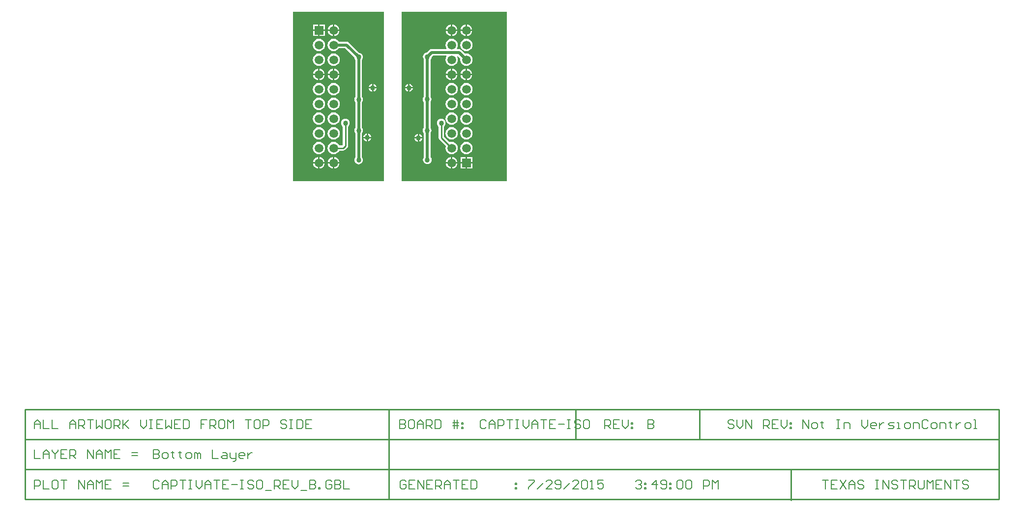
<source format=gbl>
%FSAX25Y25*%
%MOIN*%
G70*
G01*
G75*
G04 Layer_Physical_Order=2*
G04 Layer_Color=16711680*
%ADD10R,0.02362X0.03150*%
%ADD11O,0.08661X0.02362*%
%ADD12O,0.07480X0.02362*%
%ADD13O,0.07677X0.01575*%
%ADD14C,0.01000*%
%ADD15C,0.02000*%
%ADD16C,0.01500*%
%ADD17C,0.00800*%
%ADD18C,0.05906*%
%ADD19R,0.05906X0.05906*%
%ADD20C,0.03400*%
G36*
X0283200Y0256302D02*
X0282846Y0255949D01*
X0221749Y0255949D01*
Y0370851D01*
X0283200D01*
Y0256302D01*
D02*
G37*
G36*
X0366651Y0256302D02*
X0366298Y0255949D01*
X0295200Y0255949D01*
Y0370851D01*
X0366651D01*
X0366651Y0256302D01*
D02*
G37*
%LPC*%
G36*
X0306200Y0288057D02*
X0305995Y0288031D01*
X0305338Y0287758D01*
X0304774Y0287326D01*
X0304342Y0286762D01*
X0304069Y0286105D01*
X0304043Y0285900D01*
X0306200D01*
Y0288057D01*
D02*
G37*
G36*
X0339200Y0292589D02*
X0338116Y0292446D01*
X0337106Y0292027D01*
X0336238Y0291362D01*
X0335573Y0290494D01*
X0335154Y0289484D01*
X0335011Y0288400D01*
X0335154Y0287316D01*
X0335573Y0286306D01*
X0336238Y0285438D01*
X0337106Y0284773D01*
X0338116Y0284354D01*
X0339200Y0284211D01*
X0340284Y0284354D01*
X0341294Y0284773D01*
X0342162Y0285438D01*
X0342827Y0286306D01*
X0343246Y0287316D01*
X0343389Y0288400D01*
X0343246Y0289484D01*
X0342827Y0290494D01*
X0342162Y0291362D01*
X0341294Y0292027D01*
X0340284Y0292446D01*
X0339200Y0292589D01*
D02*
G37*
G36*
X0307200Y0288057D02*
Y0285900D01*
X0309358D01*
X0309331Y0286105D01*
X0309058Y0286762D01*
X0308626Y0287326D01*
X0308062Y0287758D01*
X0307405Y0288031D01*
X0307200Y0288057D01*
D02*
G37*
G36*
X0272562Y0288195D02*
Y0286038D01*
X0274720D01*
X0274693Y0286243D01*
X0274421Y0286899D01*
X0273988Y0287463D01*
X0273424Y0287896D01*
X0272767Y0288168D01*
X0272562Y0288195D01*
D02*
G37*
G36*
X0271562D02*
X0271357Y0288168D01*
X0270701Y0287896D01*
X0270136Y0287463D01*
X0269704Y0286899D01*
X0269432Y0286243D01*
X0269405Y0286038D01*
X0271562D01*
Y0288195D01*
D02*
G37*
G36*
X0329200Y0292589D02*
X0328116Y0292446D01*
X0327106Y0292027D01*
X0326238Y0291362D01*
X0325573Y0290494D01*
X0325154Y0289484D01*
X0325011Y0288400D01*
X0325154Y0287316D01*
X0325573Y0286306D01*
X0326238Y0285438D01*
X0327106Y0284773D01*
X0328116Y0284354D01*
X0329200Y0284211D01*
X0330284Y0284354D01*
X0331294Y0284773D01*
X0332162Y0285438D01*
X0332827Y0286306D01*
X0333246Y0287316D01*
X0333389Y0288400D01*
X0333246Y0289484D01*
X0332827Y0290494D01*
X0332162Y0291362D01*
X0331294Y0292027D01*
X0330284Y0292446D01*
X0329200Y0292589D01*
D02*
G37*
G36*
X0271562Y0285038D02*
X0269405D01*
X0269432Y0284833D01*
X0269704Y0284176D01*
X0270136Y0283612D01*
X0270701Y0283179D01*
X0271357Y0282907D01*
X0271562Y0282880D01*
Y0285038D01*
D02*
G37*
G36*
X0309358Y0284900D02*
X0307200D01*
Y0282743D01*
X0307405Y0282769D01*
X0308062Y0283042D01*
X0308626Y0283474D01*
X0309058Y0284038D01*
X0309331Y0284695D01*
X0309358Y0284900D01*
D02*
G37*
G36*
X0274720Y0285038D02*
X0272562D01*
Y0282880D01*
X0272767Y0282907D01*
X0273424Y0283179D01*
X0273988Y0283612D01*
X0274421Y0284176D01*
X0274693Y0284833D01*
X0274720Y0285038D01*
D02*
G37*
G36*
X0249200Y0292589D02*
X0248116Y0292446D01*
X0247106Y0292027D01*
X0246238Y0291362D01*
X0245573Y0290494D01*
X0245154Y0289484D01*
X0245011Y0288400D01*
X0245154Y0287316D01*
X0245573Y0286306D01*
X0246238Y0285438D01*
X0247106Y0284773D01*
X0248116Y0284354D01*
X0249200Y0284211D01*
X0250284Y0284354D01*
X0251294Y0284773D01*
X0252162Y0285438D01*
X0252827Y0286306D01*
X0253246Y0287316D01*
X0253389Y0288400D01*
X0253246Y0289484D01*
X0252827Y0290494D01*
X0252162Y0291362D01*
X0251294Y0292027D01*
X0250284Y0292446D01*
X0249200Y0292589D01*
D02*
G37*
G36*
X0239200D02*
X0238116Y0292446D01*
X0237106Y0292027D01*
X0236238Y0291362D01*
X0235573Y0290494D01*
X0235154Y0289484D01*
X0235011Y0288400D01*
X0235154Y0287316D01*
X0235573Y0286306D01*
X0236238Y0285438D01*
X0237106Y0284773D01*
X0238116Y0284354D01*
X0239200Y0284211D01*
X0240284Y0284354D01*
X0241294Y0284773D01*
X0242162Y0285438D01*
X0242827Y0286306D01*
X0243246Y0287316D01*
X0243389Y0288400D01*
X0243246Y0289484D01*
X0242827Y0290494D01*
X0242162Y0291362D01*
X0241294Y0292027D01*
X0240284Y0292446D01*
X0239200Y0292589D01*
D02*
G37*
G36*
X0339200Y0312589D02*
X0338116Y0312446D01*
X0337106Y0312027D01*
X0336238Y0311362D01*
X0335573Y0310494D01*
X0335154Y0309484D01*
X0335011Y0308400D01*
X0335154Y0307316D01*
X0335573Y0306306D01*
X0336238Y0305438D01*
X0337106Y0304773D01*
X0338116Y0304354D01*
X0339200Y0304211D01*
X0340284Y0304354D01*
X0341294Y0304773D01*
X0342162Y0305438D01*
X0342827Y0306306D01*
X0343246Y0307316D01*
X0343389Y0308400D01*
X0343246Y0309484D01*
X0342827Y0310494D01*
X0342162Y0311362D01*
X0341294Y0312027D01*
X0340284Y0312446D01*
X0339200Y0312589D01*
D02*
G37*
G36*
X0329200D02*
X0328116Y0312446D01*
X0327106Y0312027D01*
X0326238Y0311362D01*
X0325573Y0310494D01*
X0325154Y0309484D01*
X0325011Y0308400D01*
X0325154Y0307316D01*
X0325573Y0306306D01*
X0326238Y0305438D01*
X0327106Y0304773D01*
X0328116Y0304354D01*
X0329200Y0304211D01*
X0330284Y0304354D01*
X0331294Y0304773D01*
X0332162Y0305438D01*
X0332827Y0306306D01*
X0333246Y0307316D01*
X0333389Y0308400D01*
X0333246Y0309484D01*
X0332827Y0310494D01*
X0332162Y0311362D01*
X0331294Y0312027D01*
X0330284Y0312446D01*
X0329200Y0312589D01*
D02*
G37*
G36*
X0239200Y0322589D02*
X0238116Y0322446D01*
X0237106Y0322027D01*
X0236238Y0321362D01*
X0235573Y0320494D01*
X0235154Y0319484D01*
X0235011Y0318400D01*
X0235154Y0317316D01*
X0235573Y0316306D01*
X0236238Y0315438D01*
X0237106Y0314773D01*
X0238116Y0314354D01*
X0239200Y0314211D01*
X0240284Y0314354D01*
X0241294Y0314773D01*
X0242162Y0315438D01*
X0242827Y0316306D01*
X0243246Y0317316D01*
X0243389Y0318400D01*
X0243246Y0319484D01*
X0242827Y0320494D01*
X0242162Y0321362D01*
X0241294Y0322027D01*
X0240284Y0322446D01*
X0239200Y0322589D01*
D02*
G37*
G36*
X0329200D02*
X0328116Y0322446D01*
X0327106Y0322027D01*
X0326238Y0321362D01*
X0325573Y0320494D01*
X0325154Y0319484D01*
X0325011Y0318400D01*
X0325154Y0317316D01*
X0325573Y0316306D01*
X0326238Y0315438D01*
X0327106Y0314773D01*
X0328116Y0314354D01*
X0329200Y0314211D01*
X0330284Y0314354D01*
X0331294Y0314773D01*
X0332162Y0315438D01*
X0332827Y0316306D01*
X0333246Y0317316D01*
X0333389Y0318400D01*
X0333246Y0319484D01*
X0332827Y0320494D01*
X0332162Y0321362D01*
X0331294Y0322027D01*
X0330284Y0322446D01*
X0329200Y0322589D01*
D02*
G37*
G36*
X0249200D02*
X0248116Y0322446D01*
X0247106Y0322027D01*
X0246238Y0321362D01*
X0245573Y0320494D01*
X0245154Y0319484D01*
X0245011Y0318400D01*
X0245154Y0317316D01*
X0245573Y0316306D01*
X0246238Y0315438D01*
X0247106Y0314773D01*
X0248116Y0314354D01*
X0249200Y0314211D01*
X0250284Y0314354D01*
X0251294Y0314773D01*
X0252162Y0315438D01*
X0252827Y0316306D01*
X0253246Y0317316D01*
X0253389Y0318400D01*
X0253246Y0319484D01*
X0252827Y0320494D01*
X0252162Y0321362D01*
X0251294Y0322027D01*
X0250284Y0322446D01*
X0249200Y0322589D01*
D02*
G37*
G36*
Y0312589D02*
X0248116Y0312446D01*
X0247106Y0312027D01*
X0246238Y0311362D01*
X0245573Y0310494D01*
X0245154Y0309484D01*
X0245011Y0308400D01*
X0245154Y0307316D01*
X0245573Y0306306D01*
X0246238Y0305438D01*
X0247106Y0304773D01*
X0248116Y0304354D01*
X0249200Y0304211D01*
X0250284Y0304354D01*
X0251294Y0304773D01*
X0252162Y0305438D01*
X0252827Y0306306D01*
X0253246Y0307316D01*
X0253389Y0308400D01*
X0253246Y0309484D01*
X0252827Y0310494D01*
X0252162Y0311362D01*
X0251294Y0312027D01*
X0250284Y0312446D01*
X0249200Y0312589D01*
D02*
G37*
G36*
Y0302589D02*
X0248116Y0302446D01*
X0247106Y0302027D01*
X0246238Y0301362D01*
X0245573Y0300494D01*
X0245154Y0299484D01*
X0245011Y0298400D01*
X0245154Y0297316D01*
X0245573Y0296306D01*
X0246238Y0295438D01*
X0247106Y0294773D01*
X0248116Y0294354D01*
X0249200Y0294211D01*
X0250284Y0294354D01*
X0251294Y0294773D01*
X0252162Y0295438D01*
X0252827Y0296306D01*
X0253246Y0297316D01*
X0253389Y0298400D01*
X0253246Y0299484D01*
X0252827Y0300494D01*
X0252162Y0301362D01*
X0251294Y0302027D01*
X0250284Y0302446D01*
X0249200Y0302589D01*
D02*
G37*
G36*
X0239200D02*
X0238116Y0302446D01*
X0237106Y0302027D01*
X0236238Y0301362D01*
X0235573Y0300494D01*
X0235154Y0299484D01*
X0235011Y0298400D01*
X0235154Y0297316D01*
X0235573Y0296306D01*
X0236238Y0295438D01*
X0237106Y0294773D01*
X0238116Y0294354D01*
X0239200Y0294211D01*
X0240284Y0294354D01*
X0241294Y0294773D01*
X0242162Y0295438D01*
X0242827Y0296306D01*
X0243246Y0297316D01*
X0243389Y0298400D01*
X0243246Y0299484D01*
X0242827Y0300494D01*
X0242162Y0301362D01*
X0241294Y0302027D01*
X0240284Y0302446D01*
X0239200Y0302589D01*
D02*
G37*
G36*
X0329200D02*
X0328116Y0302446D01*
X0327106Y0302027D01*
X0326238Y0301362D01*
X0325573Y0300494D01*
X0325154Y0299484D01*
X0325011Y0298400D01*
X0325154Y0297316D01*
X0325573Y0296306D01*
X0326238Y0295438D01*
X0327106Y0294773D01*
X0328116Y0294354D01*
X0329200Y0294211D01*
X0330284Y0294354D01*
X0331294Y0294773D01*
X0332162Y0295438D01*
X0332827Y0296306D01*
X0333246Y0297316D01*
X0333389Y0298400D01*
X0333246Y0299484D01*
X0332827Y0300494D01*
X0332162Y0301362D01*
X0331294Y0302027D01*
X0330284Y0302446D01*
X0329200Y0302589D01*
D02*
G37*
G36*
X0239200Y0312589D02*
X0238116Y0312446D01*
X0237106Y0312027D01*
X0236238Y0311362D01*
X0235573Y0310494D01*
X0235154Y0309484D01*
X0235011Y0308400D01*
X0235154Y0307316D01*
X0235573Y0306306D01*
X0236238Y0305438D01*
X0237106Y0304773D01*
X0238116Y0304354D01*
X0239200Y0304211D01*
X0240284Y0304354D01*
X0241294Y0304773D01*
X0242162Y0305438D01*
X0242827Y0306306D01*
X0243246Y0307316D01*
X0243389Y0308400D01*
X0243246Y0309484D01*
X0242827Y0310494D01*
X0242162Y0311362D01*
X0241294Y0312027D01*
X0240284Y0312446D01*
X0239200Y0312589D01*
D02*
G37*
G36*
X0339200Y0302589D02*
X0338116Y0302446D01*
X0337106Y0302027D01*
X0336238Y0301362D01*
X0335573Y0300494D01*
X0335154Y0299484D01*
X0335011Y0298400D01*
X0335154Y0297316D01*
X0335573Y0296306D01*
X0336238Y0295438D01*
X0337106Y0294773D01*
X0338116Y0294354D01*
X0339200Y0294211D01*
X0340284Y0294354D01*
X0341294Y0294773D01*
X0342162Y0295438D01*
X0342827Y0296306D01*
X0343246Y0297316D01*
X0343389Y0298400D01*
X0343246Y0299484D01*
X0342827Y0300494D01*
X0342162Y0301362D01*
X0341294Y0302027D01*
X0340284Y0302446D01*
X0339200Y0302589D01*
D02*
G37*
G36*
X0333121Y0267900D02*
X0329700D01*
Y0264479D01*
X0330232Y0264549D01*
X0331193Y0264947D01*
X0332019Y0265581D01*
X0332653Y0266407D01*
X0333051Y0267368D01*
X0333121Y0267900D01*
D02*
G37*
G36*
X0328700D02*
X0325279D01*
X0325349Y0267368D01*
X0325747Y0266407D01*
X0326381Y0265581D01*
X0327207Y0264947D01*
X0328168Y0264549D01*
X0328700Y0264479D01*
Y0267900D01*
D02*
G37*
G36*
X0249200Y0352589D02*
X0248116Y0352446D01*
X0247106Y0352027D01*
X0246238Y0351362D01*
X0245573Y0350494D01*
X0245154Y0349484D01*
X0245011Y0348400D01*
X0245154Y0347316D01*
X0245573Y0346306D01*
X0246238Y0345438D01*
X0247106Y0344773D01*
X0248116Y0344354D01*
X0249200Y0344211D01*
X0250284Y0344354D01*
X0251294Y0344773D01*
X0252162Y0345438D01*
X0252713Y0346157D01*
X0257071D01*
X0263313Y0339915D01*
X0263375Y0339443D01*
X0263667Y0338738D01*
X0263957Y0338359D01*
Y0313241D01*
X0263667Y0312862D01*
X0263375Y0312157D01*
X0263275Y0311400D01*
X0263375Y0310643D01*
X0263667Y0309938D01*
X0263957Y0309559D01*
Y0292241D01*
X0263667Y0291863D01*
X0263375Y0291157D01*
X0263275Y0290400D01*
X0263375Y0289643D01*
X0263667Y0288937D01*
X0263957Y0288560D01*
Y0272141D01*
X0263667Y0271762D01*
X0263375Y0271057D01*
X0263275Y0270300D01*
X0263375Y0269543D01*
X0263667Y0268837D01*
X0264132Y0268232D01*
X0264738Y0267767D01*
X0265443Y0267475D01*
X0266200Y0267375D01*
X0266957Y0267475D01*
X0267663Y0267767D01*
X0268268Y0268232D01*
X0268733Y0268837D01*
X0269025Y0269543D01*
X0269125Y0270300D01*
X0269025Y0271057D01*
X0268733Y0271762D01*
X0268443Y0272141D01*
Y0288560D01*
X0268733Y0288937D01*
X0269025Y0289643D01*
X0269125Y0290400D01*
X0269025Y0291157D01*
X0268733Y0291863D01*
X0268443Y0292241D01*
Y0309559D01*
X0268733Y0309938D01*
X0269025Y0310643D01*
X0269125Y0311400D01*
X0269025Y0312157D01*
X0268733Y0312862D01*
X0268443Y0313241D01*
Y0338359D01*
X0268733Y0338738D01*
X0269025Y0339443D01*
X0269125Y0340200D01*
X0269025Y0340957D01*
X0268733Y0341663D01*
X0268268Y0342268D01*
X0267663Y0342733D01*
X0266957Y0343025D01*
X0266485Y0343088D01*
X0259586Y0349986D01*
X0258858Y0350472D01*
X0258000Y0350643D01*
X0252713D01*
X0252162Y0351362D01*
X0251294Y0352027D01*
X0250284Y0352446D01*
X0249200Y0352589D01*
D02*
G37*
G36*
X0239700Y0272321D02*
Y0268900D01*
X0243121D01*
X0243051Y0269432D01*
X0242653Y0270393D01*
X0242019Y0271219D01*
X0241193Y0271853D01*
X0240232Y0272251D01*
X0239700Y0272321D01*
D02*
G37*
G36*
X0238700D02*
X0238168Y0272251D01*
X0237207Y0271853D01*
X0236381Y0271219D01*
X0235747Y0270393D01*
X0235349Y0269432D01*
X0235279Y0268900D01*
X0238700D01*
Y0272321D01*
D02*
G37*
G36*
X0253121Y0267900D02*
X0249700D01*
Y0264479D01*
X0250232Y0264549D01*
X0251193Y0264947D01*
X0252019Y0265581D01*
X0252653Y0266407D01*
X0253051Y0267368D01*
X0253121Y0267900D01*
D02*
G37*
G36*
X0343153D02*
X0339700D01*
Y0264447D01*
X0343153D01*
Y0267900D01*
D02*
G37*
G36*
X0338700D02*
X0335247D01*
Y0264447D01*
X0338700D01*
Y0267900D01*
D02*
G37*
G36*
X0238700D02*
X0235279D01*
X0235349Y0267368D01*
X0235747Y0266407D01*
X0236381Y0265581D01*
X0237207Y0264947D01*
X0238168Y0264549D01*
X0238700Y0264479D01*
Y0267900D01*
D02*
G37*
G36*
X0248700D02*
X0245279D01*
X0245349Y0267368D01*
X0245747Y0266407D01*
X0246381Y0265581D01*
X0247207Y0264947D01*
X0248168Y0264549D01*
X0248700Y0264479D01*
Y0267900D01*
D02*
G37*
G36*
X0243121D02*
X0239700D01*
Y0264479D01*
X0240232Y0264549D01*
X0241193Y0264947D01*
X0242019Y0265581D01*
X0242653Y0266407D01*
X0243051Y0267368D01*
X0243121Y0267900D01*
D02*
G37*
G36*
X0322200Y0298325D02*
X0321443Y0298225D01*
X0320738Y0297933D01*
X0320132Y0297468D01*
X0319667Y0296863D01*
X0319375Y0296157D01*
X0319275Y0295400D01*
X0319375Y0294643D01*
X0319667Y0293937D01*
X0320132Y0293332D01*
X0320467Y0293075D01*
Y0285400D01*
X0320599Y0284737D01*
X0320974Y0284174D01*
X0325304Y0279845D01*
X0325154Y0279484D01*
X0325011Y0278400D01*
X0325154Y0277316D01*
X0325573Y0276306D01*
X0326238Y0275438D01*
X0327106Y0274773D01*
X0328116Y0274354D01*
X0329200Y0274211D01*
X0330284Y0274354D01*
X0331294Y0274773D01*
X0332162Y0275438D01*
X0332827Y0276306D01*
X0333246Y0277316D01*
X0333389Y0278400D01*
X0333246Y0279484D01*
X0332827Y0280494D01*
X0332162Y0281362D01*
X0331294Y0282027D01*
X0330284Y0282446D01*
X0329200Y0282589D01*
X0328116Y0282446D01*
X0327755Y0282296D01*
X0323933Y0286118D01*
Y0293075D01*
X0324268Y0293332D01*
X0324733Y0293937D01*
X0325025Y0294643D01*
X0325125Y0295400D01*
X0325025Y0296157D01*
X0324733Y0296863D01*
X0324268Y0297468D01*
X0323662Y0297933D01*
X0322957Y0298225D01*
X0322200Y0298325D01*
D02*
G37*
G36*
X0239200Y0282589D02*
X0238116Y0282446D01*
X0237106Y0282027D01*
X0236238Y0281362D01*
X0235573Y0280494D01*
X0235154Y0279484D01*
X0235011Y0278400D01*
X0235154Y0277316D01*
X0235573Y0276306D01*
X0236238Y0275438D01*
X0237106Y0274773D01*
X0238116Y0274354D01*
X0239200Y0274211D01*
X0240284Y0274354D01*
X0241294Y0274773D01*
X0242162Y0275438D01*
X0242827Y0276306D01*
X0243246Y0277316D01*
X0243389Y0278400D01*
X0243246Y0279484D01*
X0242827Y0280494D01*
X0242162Y0281362D01*
X0241294Y0282027D01*
X0240284Y0282446D01*
X0239200Y0282589D01*
D02*
G37*
G36*
X0339200D02*
X0338116Y0282446D01*
X0337106Y0282027D01*
X0336238Y0281362D01*
X0335573Y0280494D01*
X0335154Y0279484D01*
X0335011Y0278400D01*
X0335154Y0277316D01*
X0335573Y0276306D01*
X0336238Y0275438D01*
X0337106Y0274773D01*
X0338116Y0274354D01*
X0339200Y0274211D01*
X0340284Y0274354D01*
X0341294Y0274773D01*
X0342162Y0275438D01*
X0342827Y0276306D01*
X0343246Y0277316D01*
X0343389Y0278400D01*
X0343246Y0279484D01*
X0342827Y0280494D01*
X0342162Y0281362D01*
X0341294Y0282027D01*
X0340284Y0282446D01*
X0339200Y0282589D01*
D02*
G37*
G36*
X0306200Y0284900D02*
X0304043D01*
X0304069Y0284695D01*
X0304342Y0284038D01*
X0304774Y0283474D01*
X0305338Y0283042D01*
X0305995Y0282769D01*
X0306200Y0282743D01*
Y0284900D01*
D02*
G37*
G36*
X0257200Y0298325D02*
X0256443Y0298225D01*
X0255737Y0297933D01*
X0255132Y0297468D01*
X0254667Y0296863D01*
X0254375Y0296157D01*
X0254275Y0295400D01*
X0254375Y0294643D01*
X0254667Y0293937D01*
X0255132Y0293332D01*
X0255467Y0293075D01*
Y0280618D01*
X0254982Y0280133D01*
X0252977D01*
X0252827Y0280494D01*
X0252162Y0281362D01*
X0251294Y0282027D01*
X0250284Y0282446D01*
X0249200Y0282589D01*
X0248116Y0282446D01*
X0247106Y0282027D01*
X0246238Y0281362D01*
X0245573Y0280494D01*
X0245154Y0279484D01*
X0245011Y0278400D01*
X0245154Y0277316D01*
X0245573Y0276306D01*
X0246238Y0275438D01*
X0247106Y0274773D01*
X0248116Y0274354D01*
X0249200Y0274211D01*
X0250284Y0274354D01*
X0251294Y0274773D01*
X0252162Y0275438D01*
X0252827Y0276306D01*
X0252977Y0276667D01*
X0255700D01*
X0256363Y0276799D01*
X0256926Y0277174D01*
X0258426Y0278674D01*
X0258801Y0279237D01*
X0258933Y0279900D01*
Y0293075D01*
X0259268Y0293332D01*
X0259733Y0293937D01*
X0260025Y0294643D01*
X0260125Y0295400D01*
X0260025Y0296157D01*
X0259733Y0296863D01*
X0259268Y0297468D01*
X0258663Y0297933D01*
X0257957Y0298225D01*
X0257200Y0298325D01*
D02*
G37*
G36*
X0343153Y0272353D02*
X0339700D01*
Y0268900D01*
X0343153D01*
Y0272353D01*
D02*
G37*
G36*
X0249700Y0272321D02*
Y0268900D01*
X0253121D01*
X0253051Y0269432D01*
X0252653Y0270393D01*
X0252019Y0271219D01*
X0251193Y0271853D01*
X0250232Y0272251D01*
X0249700Y0272321D01*
D02*
G37*
G36*
X0248700D02*
X0248168Y0272251D01*
X0247207Y0271853D01*
X0246381Y0271219D01*
X0245747Y0270393D01*
X0245349Y0269432D01*
X0245279Y0268900D01*
X0248700D01*
Y0272321D01*
D02*
G37*
G36*
X0328700D02*
X0328168Y0272251D01*
X0327207Y0271853D01*
X0326381Y0271219D01*
X0325747Y0270393D01*
X0325349Y0269432D01*
X0325279Y0268900D01*
X0328700D01*
Y0272321D01*
D02*
G37*
G36*
X0338700Y0272353D02*
X0335247D01*
Y0268900D01*
X0338700D01*
Y0272353D01*
D02*
G37*
G36*
X0329700Y0272321D02*
Y0268900D01*
X0333121D01*
X0333051Y0269432D01*
X0332653Y0270393D01*
X0332019Y0271219D01*
X0331193Y0271853D01*
X0330232Y0272251D01*
X0329700Y0272321D01*
D02*
G37*
G36*
X0238700Y0357900D02*
X0235247D01*
Y0354447D01*
X0238700D01*
Y0357900D01*
D02*
G37*
G36*
X0339200Y0352589D02*
X0338116Y0352446D01*
X0337106Y0352027D01*
X0336238Y0351362D01*
X0335573Y0350494D01*
X0335154Y0349484D01*
X0335011Y0348400D01*
X0335154Y0347316D01*
X0335573Y0346306D01*
X0336238Y0345438D01*
X0337106Y0344773D01*
X0338116Y0344354D01*
X0339200Y0344211D01*
X0340284Y0344354D01*
X0341294Y0344773D01*
X0342162Y0345438D01*
X0342827Y0346306D01*
X0343246Y0347316D01*
X0343389Y0348400D01*
X0343246Y0349484D01*
X0342827Y0350494D01*
X0342162Y0351362D01*
X0341294Y0352027D01*
X0340284Y0352446D01*
X0339200Y0352589D01*
D02*
G37*
G36*
X0243153Y0357900D02*
X0239700D01*
Y0354447D01*
X0243153D01*
Y0357900D01*
D02*
G37*
G36*
X0253121D02*
X0249700D01*
Y0354479D01*
X0250232Y0354549D01*
X0251193Y0354947D01*
X0252019Y0355581D01*
X0252653Y0356407D01*
X0253051Y0357368D01*
X0253121Y0357900D01*
D02*
G37*
G36*
X0248700D02*
X0245279D01*
X0245349Y0357368D01*
X0245747Y0356407D01*
X0246381Y0355581D01*
X0247207Y0354947D01*
X0248168Y0354549D01*
X0248700Y0354479D01*
Y0357900D01*
D02*
G37*
G36*
X0239200Y0352589D02*
X0238116Y0352446D01*
X0237106Y0352027D01*
X0236238Y0351362D01*
X0235573Y0350494D01*
X0235154Y0349484D01*
X0235011Y0348400D01*
X0235154Y0347316D01*
X0235573Y0346306D01*
X0236238Y0345438D01*
X0237106Y0344773D01*
X0238116Y0344354D01*
X0239200Y0344211D01*
X0240284Y0344354D01*
X0241294Y0344773D01*
X0242162Y0345438D01*
X0242827Y0346306D01*
X0243246Y0347316D01*
X0243389Y0348400D01*
X0243246Y0349484D01*
X0242827Y0350494D01*
X0242162Y0351362D01*
X0241294Y0352027D01*
X0240284Y0352446D01*
X0239200Y0352589D01*
D02*
G37*
G36*
X0339700Y0332321D02*
Y0328900D01*
X0343121D01*
X0343051Y0329432D01*
X0342653Y0330393D01*
X0342019Y0331219D01*
X0341193Y0331853D01*
X0340232Y0332251D01*
X0339700Y0332321D01*
D02*
G37*
G36*
X0338700D02*
X0338168Y0332251D01*
X0337207Y0331853D01*
X0336381Y0331219D01*
X0335747Y0330393D01*
X0335349Y0329432D01*
X0335279Y0328900D01*
X0338700D01*
Y0332321D01*
D02*
G37*
G36*
X0239200Y0342589D02*
X0238116Y0342446D01*
X0237106Y0342027D01*
X0236238Y0341362D01*
X0235573Y0340494D01*
X0235154Y0339484D01*
X0235011Y0338400D01*
X0235154Y0337316D01*
X0235573Y0336306D01*
X0236238Y0335438D01*
X0237106Y0334773D01*
X0238116Y0334354D01*
X0239200Y0334211D01*
X0240284Y0334354D01*
X0241294Y0334773D01*
X0242162Y0335438D01*
X0242827Y0336306D01*
X0243246Y0337316D01*
X0243389Y0338400D01*
X0243246Y0339484D01*
X0242827Y0340494D01*
X0242162Y0341362D01*
X0241294Y0342027D01*
X0240284Y0342446D01*
X0239200Y0342589D01*
D02*
G37*
G36*
X0329200Y0352589D02*
X0328116Y0352446D01*
X0327106Y0352027D01*
X0326238Y0351362D01*
X0325573Y0350494D01*
X0325154Y0349484D01*
X0325011Y0348400D01*
X0325154Y0347316D01*
X0325573Y0346306D01*
X0325737Y0346092D01*
X0325516Y0345643D01*
X0315700D01*
X0314842Y0345472D01*
X0314114Y0344986D01*
X0312415Y0343287D01*
X0311943Y0343225D01*
X0311238Y0342933D01*
X0310632Y0342468D01*
X0310167Y0341863D01*
X0309875Y0341157D01*
X0309775Y0340400D01*
X0309875Y0339643D01*
X0310167Y0338937D01*
X0310357Y0338690D01*
Y0313340D01*
X0310067Y0312963D01*
X0309775Y0312257D01*
X0309675Y0311500D01*
X0309775Y0310743D01*
X0310067Y0310037D01*
X0310357Y0309660D01*
Y0292241D01*
X0310067Y0291863D01*
X0309775Y0291157D01*
X0309675Y0290400D01*
X0309775Y0289643D01*
X0310067Y0288937D01*
X0310457Y0288429D01*
Y0272240D01*
X0310167Y0271863D01*
X0309875Y0271157D01*
X0309775Y0270400D01*
X0309875Y0269643D01*
X0310167Y0268937D01*
X0310632Y0268332D01*
X0311238Y0267867D01*
X0311943Y0267575D01*
X0312700Y0267475D01*
X0313457Y0267575D01*
X0314162Y0267867D01*
X0314768Y0268332D01*
X0315233Y0268937D01*
X0315525Y0269643D01*
X0315625Y0270400D01*
X0315525Y0271157D01*
X0315233Y0271863D01*
X0314943Y0272240D01*
Y0288690D01*
X0315133Y0288937D01*
X0315425Y0289643D01*
X0315525Y0290400D01*
X0315425Y0291157D01*
X0315133Y0291863D01*
X0314843Y0292241D01*
Y0309660D01*
X0315133Y0310037D01*
X0315425Y0310743D01*
X0315525Y0311500D01*
X0315425Y0312257D01*
X0315133Y0312963D01*
X0314843Y0313340D01*
Y0338429D01*
X0315233Y0338937D01*
X0315525Y0339643D01*
X0315587Y0340115D01*
X0316629Y0341157D01*
X0325516D01*
X0325737Y0340708D01*
X0325573Y0340494D01*
X0325154Y0339484D01*
X0325011Y0338400D01*
X0325154Y0337316D01*
X0325573Y0336306D01*
X0326238Y0335438D01*
X0327106Y0334773D01*
X0328116Y0334354D01*
X0329200Y0334211D01*
X0330284Y0334354D01*
X0331294Y0334773D01*
X0332162Y0335438D01*
X0332827Y0336306D01*
X0333246Y0337316D01*
X0333389Y0338400D01*
X0333246Y0339484D01*
X0332827Y0340494D01*
X0332773Y0340564D01*
X0332996Y0341050D01*
X0333343Y0341085D01*
X0335130Y0339298D01*
X0335011Y0338400D01*
X0335154Y0337316D01*
X0335573Y0336306D01*
X0336238Y0335438D01*
X0337106Y0334773D01*
X0338116Y0334354D01*
X0339200Y0334211D01*
X0340284Y0334354D01*
X0341294Y0334773D01*
X0342162Y0335438D01*
X0342827Y0336306D01*
X0343246Y0337316D01*
X0343389Y0338400D01*
X0343246Y0339484D01*
X0342827Y0340494D01*
X0342162Y0341362D01*
X0341294Y0342027D01*
X0340284Y0342446D01*
X0339200Y0342589D01*
X0338302Y0342470D01*
X0335786Y0344986D01*
X0335058Y0345472D01*
X0334200Y0345643D01*
X0332884D01*
X0332663Y0346092D01*
X0332827Y0346306D01*
X0333246Y0347316D01*
X0333389Y0348400D01*
X0333246Y0349484D01*
X0332827Y0350494D01*
X0332162Y0351362D01*
X0331294Y0352027D01*
X0330284Y0352446D01*
X0329200Y0352589D01*
D02*
G37*
G36*
X0249200Y0342589D02*
X0248116Y0342446D01*
X0247106Y0342027D01*
X0246238Y0341362D01*
X0245573Y0340494D01*
X0245154Y0339484D01*
X0245011Y0338400D01*
X0245154Y0337316D01*
X0245573Y0336306D01*
X0246238Y0335438D01*
X0247106Y0334773D01*
X0248116Y0334354D01*
X0249200Y0334211D01*
X0250284Y0334354D01*
X0251294Y0334773D01*
X0252162Y0335438D01*
X0252827Y0336306D01*
X0253246Y0337316D01*
X0253389Y0338400D01*
X0253246Y0339484D01*
X0252827Y0340494D01*
X0252162Y0341362D01*
X0251294Y0342027D01*
X0250284Y0342446D01*
X0249200Y0342589D01*
D02*
G37*
G36*
X0328700Y0357900D02*
X0325279D01*
X0325349Y0357368D01*
X0325747Y0356407D01*
X0326381Y0355581D01*
X0327207Y0354947D01*
X0328168Y0354549D01*
X0328700Y0354479D01*
Y0357900D01*
D02*
G37*
G36*
Y0362321D02*
X0328168Y0362251D01*
X0327207Y0361853D01*
X0326381Y0361219D01*
X0325747Y0360393D01*
X0325349Y0359432D01*
X0325279Y0358900D01*
X0328700D01*
Y0362321D01*
D02*
G37*
G36*
X0249700D02*
Y0358900D01*
X0253121D01*
X0253051Y0359432D01*
X0252653Y0360393D01*
X0252019Y0361219D01*
X0251193Y0361853D01*
X0250232Y0362251D01*
X0249700Y0362321D01*
D02*
G37*
G36*
X0329700D02*
Y0358900D01*
X0333121D01*
X0333051Y0359432D01*
X0332653Y0360393D01*
X0332019Y0361219D01*
X0331193Y0361853D01*
X0330232Y0362251D01*
X0329700Y0362321D01*
D02*
G37*
G36*
X0339700D02*
Y0358900D01*
X0343121D01*
X0343051Y0359432D01*
X0342653Y0360393D01*
X0342019Y0361219D01*
X0341193Y0361853D01*
X0340232Y0362251D01*
X0339700Y0362321D01*
D02*
G37*
G36*
X0338700D02*
X0338168Y0362251D01*
X0337207Y0361853D01*
X0336381Y0361219D01*
X0335747Y0360393D01*
X0335349Y0359432D01*
X0335279Y0358900D01*
X0338700D01*
Y0362321D01*
D02*
G37*
G36*
X0248700D02*
X0248168Y0362251D01*
X0247207Y0361853D01*
X0246381Y0361219D01*
X0245747Y0360393D01*
X0245349Y0359432D01*
X0245279Y0358900D01*
X0248700D01*
Y0362321D01*
D02*
G37*
G36*
X0338700Y0357900D02*
X0335279D01*
X0335349Y0357368D01*
X0335747Y0356407D01*
X0336381Y0355581D01*
X0337207Y0354947D01*
X0338168Y0354549D01*
X0338700Y0354479D01*
Y0357900D01*
D02*
G37*
G36*
X0333121D02*
X0329700D01*
Y0354479D01*
X0330232Y0354549D01*
X0331193Y0354947D01*
X0332019Y0355581D01*
X0332653Y0356407D01*
X0333051Y0357368D01*
X0333121Y0357900D01*
D02*
G37*
G36*
X0343121D02*
X0339700D01*
Y0354479D01*
X0340232Y0354549D01*
X0341193Y0354947D01*
X0342019Y0355581D01*
X0342653Y0356407D01*
X0343051Y0357368D01*
X0343121Y0357900D01*
D02*
G37*
G36*
X0243153Y0362353D02*
X0239700D01*
Y0358900D01*
X0243153D01*
Y0362353D01*
D02*
G37*
G36*
X0238700D02*
X0235247D01*
Y0358900D01*
X0238700D01*
Y0362353D01*
D02*
G37*
G36*
X0299700Y0322058D02*
X0299495Y0322030D01*
X0298838Y0321758D01*
X0298274Y0321326D01*
X0297842Y0320762D01*
X0297569Y0320105D01*
X0297543Y0319900D01*
X0299700D01*
Y0322058D01*
D02*
G37*
G36*
X0276200D02*
Y0319900D01*
X0278358D01*
X0278330Y0320105D01*
X0278058Y0320762D01*
X0277626Y0321326D01*
X0277062Y0321758D01*
X0276405Y0322030D01*
X0276200Y0322058D01*
D02*
G37*
G36*
X0300700D02*
Y0319900D01*
X0302857D01*
X0302831Y0320105D01*
X0302558Y0320762D01*
X0302126Y0321326D01*
X0301562Y0321758D01*
X0300905Y0322030D01*
X0300700Y0322058D01*
D02*
G37*
G36*
X0243121Y0327900D02*
X0239700D01*
Y0324479D01*
X0240232Y0324549D01*
X0241193Y0324947D01*
X0242019Y0325581D01*
X0242653Y0326407D01*
X0243051Y0327368D01*
X0243121Y0327900D01*
D02*
G37*
G36*
X0238700D02*
X0235279D01*
X0235349Y0327368D01*
X0235747Y0326407D01*
X0236381Y0325581D01*
X0237207Y0324947D01*
X0238168Y0324549D01*
X0238700Y0324479D01*
Y0327900D01*
D02*
G37*
G36*
X0275200Y0322058D02*
X0274995Y0322030D01*
X0274338Y0321758D01*
X0273774Y0321326D01*
X0273342Y0320762D01*
X0273070Y0320105D01*
X0273042Y0319900D01*
X0275200D01*
Y0322058D01*
D02*
G37*
G36*
Y0318900D02*
X0273042D01*
X0273070Y0318695D01*
X0273342Y0318038D01*
X0273774Y0317474D01*
X0274338Y0317042D01*
X0274995Y0316770D01*
X0275200Y0316742D01*
Y0318900D01*
D02*
G37*
G36*
X0339200Y0322589D02*
X0338116Y0322446D01*
X0337106Y0322027D01*
X0336238Y0321362D01*
X0335573Y0320494D01*
X0335154Y0319484D01*
X0335011Y0318400D01*
X0335154Y0317316D01*
X0335573Y0316306D01*
X0336238Y0315438D01*
X0337106Y0314773D01*
X0338116Y0314354D01*
X0339200Y0314211D01*
X0340284Y0314354D01*
X0341294Y0314773D01*
X0342162Y0315438D01*
X0342827Y0316306D01*
X0343246Y0317316D01*
X0343389Y0318400D01*
X0343246Y0319484D01*
X0342827Y0320494D01*
X0342162Y0321362D01*
X0341294Y0322027D01*
X0340284Y0322446D01*
X0339200Y0322589D01*
D02*
G37*
G36*
X0278358Y0318900D02*
X0276200D01*
Y0316742D01*
X0276405Y0316770D01*
X0277062Y0317042D01*
X0277626Y0317474D01*
X0278058Y0318038D01*
X0278330Y0318695D01*
X0278358Y0318900D01*
D02*
G37*
G36*
X0302857D02*
X0300700D01*
Y0316742D01*
X0300905Y0316770D01*
X0301562Y0317042D01*
X0302126Y0317474D01*
X0302558Y0318038D01*
X0302831Y0318695D01*
X0302857Y0318900D01*
D02*
G37*
G36*
X0299700D02*
X0297543D01*
X0297569Y0318695D01*
X0297842Y0318038D01*
X0298274Y0317474D01*
X0298838Y0317042D01*
X0299495Y0316770D01*
X0299700Y0316742D01*
Y0318900D01*
D02*
G37*
G36*
X0248700Y0327900D02*
X0245279D01*
X0245349Y0327368D01*
X0245747Y0326407D01*
X0246381Y0325581D01*
X0247207Y0324947D01*
X0248168Y0324549D01*
X0248700Y0324479D01*
Y0327900D01*
D02*
G37*
G36*
Y0332321D02*
X0248168Y0332251D01*
X0247207Y0331853D01*
X0246381Y0331219D01*
X0245747Y0330393D01*
X0245349Y0329432D01*
X0245279Y0328900D01*
X0248700D01*
Y0332321D01*
D02*
G37*
G36*
X0239700D02*
Y0328900D01*
X0243121D01*
X0243051Y0329432D01*
X0242653Y0330393D01*
X0242019Y0331219D01*
X0241193Y0331853D01*
X0240232Y0332251D01*
X0239700Y0332321D01*
D02*
G37*
G36*
X0249700D02*
Y0328900D01*
X0253121D01*
X0253051Y0329432D01*
X0252653Y0330393D01*
X0252019Y0331219D01*
X0251193Y0331853D01*
X0250232Y0332251D01*
X0249700Y0332321D01*
D02*
G37*
G36*
X0329700D02*
Y0328900D01*
X0333121D01*
X0333051Y0329432D01*
X0332653Y0330393D01*
X0332019Y0331219D01*
X0331193Y0331853D01*
X0330232Y0332251D01*
X0329700Y0332321D01*
D02*
G37*
G36*
X0328700D02*
X0328168Y0332251D01*
X0327207Y0331853D01*
X0326381Y0331219D01*
X0325747Y0330393D01*
X0325349Y0329432D01*
X0325279Y0328900D01*
X0328700D01*
Y0332321D01*
D02*
G37*
G36*
X0238700D02*
X0238168Y0332251D01*
X0237207Y0331853D01*
X0236381Y0331219D01*
X0235747Y0330393D01*
X0235349Y0329432D01*
X0235279Y0328900D01*
X0238700D01*
Y0332321D01*
D02*
G37*
G36*
X0328700Y0327900D02*
X0325279D01*
X0325349Y0327368D01*
X0325747Y0326407D01*
X0326381Y0325581D01*
X0327207Y0324947D01*
X0328168Y0324549D01*
X0328700Y0324479D01*
Y0327900D01*
D02*
G37*
G36*
X0253121D02*
X0249700D01*
Y0324479D01*
X0250232Y0324549D01*
X0251193Y0324947D01*
X0252019Y0325581D01*
X0252653Y0326407D01*
X0253051Y0327368D01*
X0253121Y0327900D01*
D02*
G37*
G36*
X0333121D02*
X0329700D01*
Y0324479D01*
X0330232Y0324549D01*
X0331193Y0324947D01*
X0332019Y0325581D01*
X0332653Y0326407D01*
X0333051Y0327368D01*
X0333121Y0327900D01*
D02*
G37*
G36*
X0343121D02*
X0339700D01*
Y0324479D01*
X0340232Y0324549D01*
X0341193Y0324947D01*
X0342019Y0325581D01*
X0342653Y0326407D01*
X0343051Y0327368D01*
X0343121Y0327900D01*
D02*
G37*
G36*
X0338700D02*
X0335279D01*
X0335349Y0327368D01*
X0335747Y0326407D01*
X0336381Y0325581D01*
X0337207Y0324947D01*
X0338168Y0324549D01*
X0338700Y0324479D01*
Y0327900D01*
D02*
G37*
%LPD*%
G54D14*
X0249200Y0278400D02*
X0255700D01*
X0257200Y0279900D02*
Y0295400D01*
X0255700Y0278400D02*
X0257200Y0279900D01*
X0322200Y0285400D02*
Y0295400D01*
Y0285400D02*
X0329200Y0278400D01*
X0559400Y0039400D02*
Y0059683D01*
X0440500Y0040050D02*
X0700200D01*
Y0101050D01*
X0286500Y0040050D02*
Y0101050D01*
X0040000Y0040050D02*
Y0101050D01*
X0040050Y0040050D02*
X0197600D01*
X0040050D02*
Y0101050D01*
Y0101050D02*
X0700200D01*
X0040000Y0040050D02*
X0440500D01*
X0040000Y0060383D02*
X0700000D01*
X0040000Y0080717D02*
X0700200D01*
X0413200D02*
Y0101050D01*
X0497200Y0080717D02*
Y0101050D01*
G54D15*
X0334200Y0343400D02*
X0339200Y0338400D01*
X0315700Y0343400D02*
X0334200D01*
X0312700Y0340400D02*
X0315700Y0343400D01*
X0258000Y0348400D02*
X0266200Y0340200D01*
X0249200Y0348400D02*
X0258000D01*
X0266200Y0311400D02*
Y0340200D01*
X0312600Y0311500D02*
Y0340300D01*
X0312700Y0340400D01*
Y0270400D02*
Y0289400D01*
X0312600Y0289500D02*
X0312700Y0289400D01*
X0312600Y0290400D02*
Y0311500D01*
Y0289500D02*
Y0290400D01*
X0266200D02*
Y0311400D01*
Y0270300D02*
Y0290400D01*
G54D17*
X0126900Y0073549D02*
Y0067551D01*
X0129899D01*
X0130899Y0068550D01*
Y0069550D01*
X0129899Y0070550D01*
X0126900D01*
X0129899D01*
X0130899Y0071549D01*
Y0072549D01*
X0129899Y0073549D01*
X0126900D01*
X0133898Y0067551D02*
X0135897D01*
X0136897Y0068550D01*
Y0070550D01*
X0135897Y0071549D01*
X0133898D01*
X0132898Y0070550D01*
Y0068550D01*
X0133898Y0067551D01*
X0139896Y0072549D02*
Y0071549D01*
X0138896D01*
X0140895D01*
X0139896D01*
Y0068550D01*
X0140895Y0067551D01*
X0144894Y0072549D02*
Y0071549D01*
X0143895D01*
X0145894D01*
X0144894D01*
Y0068550D01*
X0145894Y0067551D01*
X0149893D02*
X0151892D01*
X0152892Y0068550D01*
Y0070550D01*
X0151892Y0071549D01*
X0149893D01*
X0148893Y0070550D01*
Y0068550D01*
X0149893Y0067551D01*
X0154891D02*
Y0071549D01*
X0155891D01*
X0156890Y0070550D01*
Y0067551D01*
Y0070550D01*
X0157890Y0071549D01*
X0158890Y0070550D01*
Y0067551D01*
X0166887Y0073549D02*
Y0067551D01*
X0170886D01*
X0173885Y0071549D02*
X0175884D01*
X0176884Y0070550D01*
Y0067551D01*
X0173885D01*
X0172885Y0068550D01*
X0173885Y0069550D01*
X0176884D01*
X0178883Y0071549D02*
Y0068550D01*
X0179883Y0067551D01*
X0182882D01*
Y0066551D01*
X0181882Y0065551D01*
X0180883D01*
X0182882Y0067551D02*
Y0071549D01*
X0187880Y0067551D02*
X0185881D01*
X0184881Y0068550D01*
Y0070550D01*
X0185881Y0071549D01*
X0187880D01*
X0188880Y0070550D01*
Y0069550D01*
X0184881D01*
X0190879Y0071549D02*
Y0067551D01*
Y0069550D01*
X0191879Y0070550D01*
X0192879Y0071549D01*
X0193878D01*
X0580500Y0052965D02*
X0584499D01*
X0582499D01*
Y0046966D01*
X0590497Y0052965D02*
X0586498D01*
Y0046966D01*
X0590497D01*
X0586498Y0049966D02*
X0588497D01*
X0592496Y0052965D02*
X0596495Y0046966D01*
Y0052965D02*
X0592496Y0046966D01*
X0598494D02*
Y0050965D01*
X0600493Y0052965D01*
X0602493Y0050965D01*
Y0046966D01*
Y0049966D01*
X0598494D01*
X0608491Y0051965D02*
X0607491Y0052965D01*
X0605492D01*
X0604492Y0051965D01*
Y0050965D01*
X0605492Y0049966D01*
X0607491D01*
X0608491Y0048966D01*
Y0047966D01*
X0607491Y0046966D01*
X0605492D01*
X0604492Y0047966D01*
X0616488Y0052965D02*
X0618488D01*
X0617488D01*
Y0046966D01*
X0616488D01*
X0618488D01*
X0621487D02*
Y0052965D01*
X0625486Y0046966D01*
Y0052965D01*
X0631484Y0051965D02*
X0630484Y0052965D01*
X0628484D01*
X0627485Y0051965D01*
Y0050965D01*
X0628484Y0049966D01*
X0630484D01*
X0631484Y0048966D01*
Y0047966D01*
X0630484Y0046966D01*
X0628484D01*
X0627485Y0047966D01*
X0633483Y0052965D02*
X0637482D01*
X0635482D01*
Y0046966D01*
X0639481D02*
Y0052965D01*
X0642480D01*
X0643480Y0051965D01*
Y0049966D01*
X0642480Y0048966D01*
X0639481D01*
X0641480D02*
X0643480Y0046966D01*
X0645479Y0052965D02*
Y0047966D01*
X0646479Y0046966D01*
X0648478D01*
X0649478Y0047966D01*
Y0052965D01*
X0651477Y0046966D02*
Y0052965D01*
X0653476Y0050965D01*
X0655476Y0052965D01*
Y0046966D01*
X0661474Y0052965D02*
X0657475D01*
Y0046966D01*
X0661474D01*
X0657475Y0049966D02*
X0659474D01*
X0663473Y0046966D02*
Y0052965D01*
X0667472Y0046966D01*
Y0052965D01*
X0669471D02*
X0673470D01*
X0671471D01*
Y0046966D01*
X0679468Y0051965D02*
X0678468Y0052965D01*
X0676469D01*
X0675469Y0051965D01*
Y0050965D01*
X0676469Y0049966D01*
X0678468D01*
X0679468Y0048966D01*
Y0047966D01*
X0678468Y0046966D01*
X0676469D01*
X0675469Y0047966D01*
X0454050Y0051965D02*
X0455050Y0052965D01*
X0457049D01*
X0458049Y0051965D01*
Y0050965D01*
X0457049Y0049966D01*
X0456049D01*
X0457049D01*
X0458049Y0048966D01*
Y0047966D01*
X0457049Y0046966D01*
X0455050D01*
X0454050Y0047966D01*
X0460048Y0050965D02*
X0461048D01*
Y0049966D01*
X0460048D01*
Y0050965D01*
Y0047966D02*
X0461048D01*
Y0046966D01*
X0460048D01*
Y0047966D01*
X0468046Y0046966D02*
Y0052965D01*
X0465046Y0049966D01*
X0469045D01*
X0471044Y0047966D02*
X0472044Y0046966D01*
X0474044D01*
X0475043Y0047966D01*
Y0051965D01*
X0474044Y0052965D01*
X0472044D01*
X0471044Y0051965D01*
Y0050965D01*
X0472044Y0049966D01*
X0475043D01*
X0477043Y0050965D02*
X0478042D01*
Y0049966D01*
X0477043D01*
Y0050965D01*
Y0047966D02*
X0478042D01*
Y0046966D01*
X0477043D01*
Y0047966D01*
X0482041Y0051965D02*
X0483041Y0052965D01*
X0485040D01*
X0486040Y0051965D01*
Y0047966D01*
X0485040Y0046966D01*
X0483041D01*
X0482041Y0047966D01*
Y0051965D01*
X0488039D02*
X0489039Y0052965D01*
X0491038D01*
X0492038Y0051965D01*
Y0047966D01*
X0491038Y0046966D01*
X0489039D01*
X0488039Y0047966D01*
Y0051965D01*
X0500035Y0046966D02*
Y0052965D01*
X0503034D01*
X0504034Y0051965D01*
Y0049966D01*
X0503034Y0048966D01*
X0500035D01*
X0506033Y0046966D02*
Y0052965D01*
X0508033Y0050965D01*
X0510032Y0052965D01*
Y0046966D01*
X0046350D02*
Y0052965D01*
X0049349D01*
X0050349Y0051965D01*
Y0049966D01*
X0049349Y0048966D01*
X0046350D01*
X0052348Y0052965D02*
Y0046966D01*
X0056347D01*
X0061345Y0052965D02*
X0059346D01*
X0058346Y0051965D01*
Y0047966D01*
X0059346Y0046966D01*
X0061345D01*
X0062345Y0047966D01*
Y0051965D01*
X0061345Y0052965D01*
X0064344D02*
X0068343D01*
X0066343D01*
Y0046966D01*
X0076340D02*
Y0052965D01*
X0080339Y0046966D01*
Y0052965D01*
X0082338Y0046966D02*
Y0050965D01*
X0084338Y0052965D01*
X0086337Y0050965D01*
Y0046966D01*
Y0049966D01*
X0082338D01*
X0088336Y0046966D02*
Y0052965D01*
X0090336Y0050965D01*
X0092335Y0052965D01*
Y0046966D01*
X0098333Y0052965D02*
X0094335D01*
Y0046966D01*
X0098333D01*
X0094335Y0049966D02*
X0096334D01*
X0106331Y0048966D02*
X0110329D01*
X0106331Y0050965D02*
X0110329D01*
X0046350Y0073549D02*
Y0067551D01*
X0050349D01*
X0052348D02*
Y0071549D01*
X0054347Y0073549D01*
X0056347Y0071549D01*
Y0067551D01*
Y0070550D01*
X0052348D01*
X0058346Y0073549D02*
Y0072549D01*
X0060346Y0070550D01*
X0062345Y0072549D01*
Y0073549D01*
X0060346Y0070550D02*
Y0067551D01*
X0068343Y0073549D02*
X0064344D01*
Y0067551D01*
X0068343D01*
X0064344Y0070550D02*
X0066343D01*
X0070342Y0067551D02*
Y0073549D01*
X0073341D01*
X0074341Y0072549D01*
Y0070550D01*
X0073341Y0069550D01*
X0070342D01*
X0072342D02*
X0074341Y0067551D01*
X0082338D02*
Y0073549D01*
X0086337Y0067551D01*
Y0073549D01*
X0088336Y0067551D02*
Y0071549D01*
X0090336Y0073549D01*
X0092335Y0071549D01*
Y0067551D01*
Y0070550D01*
X0088336D01*
X0094335Y0067551D02*
Y0073549D01*
X0096334Y0071549D01*
X0098333Y0073549D01*
Y0067551D01*
X0104331Y0073549D02*
X0100332D01*
Y0067551D01*
X0104331D01*
X0100332Y0070550D02*
X0102332D01*
X0112329Y0069550D02*
X0116327D01*
X0112329Y0071549D02*
X0116327D01*
X0294000Y0093831D02*
Y0087833D01*
X0296999D01*
X0297999Y0088833D01*
Y0089833D01*
X0296999Y0090832D01*
X0294000D01*
X0296999D01*
X0297999Y0091832D01*
Y0092832D01*
X0296999Y0093831D01*
X0294000D01*
X0302997D02*
X0300998D01*
X0299998Y0092832D01*
Y0088833D01*
X0300998Y0087833D01*
X0302997D01*
X0303997Y0088833D01*
Y0092832D01*
X0302997Y0093831D01*
X0305996Y0087833D02*
Y0091832D01*
X0307996Y0093831D01*
X0309995Y0091832D01*
Y0087833D01*
Y0090832D01*
X0305996D01*
X0311994Y0087833D02*
Y0093831D01*
X0314993D01*
X0315993Y0092832D01*
Y0090832D01*
X0314993Y0089833D01*
X0311994D01*
X0313994D02*
X0315993Y0087833D01*
X0317992Y0093831D02*
Y0087833D01*
X0320991D01*
X0321991Y0088833D01*
Y0092832D01*
X0320991Y0093831D01*
X0317992D01*
X0330988Y0087833D02*
Y0093831D01*
X0332987D02*
Y0087833D01*
X0329988Y0091832D02*
X0332987D01*
X0333987D01*
X0329988Y0089833D02*
X0333987D01*
X0335986Y0091832D02*
X0336986D01*
Y0090832D01*
X0335986D01*
Y0091832D01*
Y0088833D02*
X0336986D01*
Y0087833D01*
X0335986D01*
Y0088833D01*
X0352549Y0092832D02*
X0351549Y0093831D01*
X0349550D01*
X0348550Y0092832D01*
Y0088833D01*
X0349550Y0087833D01*
X0351549D01*
X0352549Y0088833D01*
X0354548Y0087833D02*
Y0091832D01*
X0356547Y0093831D01*
X0358547Y0091832D01*
Y0087833D01*
Y0090832D01*
X0354548D01*
X0360546Y0087833D02*
Y0093831D01*
X0363545D01*
X0364545Y0092832D01*
Y0090832D01*
X0363545Y0089833D01*
X0360546D01*
X0366544Y0093831D02*
X0370543D01*
X0368544D01*
Y0087833D01*
X0372542Y0093831D02*
X0374542D01*
X0373542D01*
Y0087833D01*
X0372542D01*
X0374542D01*
X0377541Y0093831D02*
Y0089833D01*
X0379540Y0087833D01*
X0381539Y0089833D01*
Y0093831D01*
X0383539Y0087833D02*
Y0091832D01*
X0385538Y0093831D01*
X0387537Y0091832D01*
Y0087833D01*
Y0090832D01*
X0383539D01*
X0389537Y0093831D02*
X0393535D01*
X0391536D01*
Y0087833D01*
X0399534Y0093831D02*
X0395535D01*
Y0087833D01*
X0399534D01*
X0395535Y0090832D02*
X0397534D01*
X0401533D02*
X0405532D01*
X0407531Y0093831D02*
X0409530D01*
X0408531D01*
Y0087833D01*
X0407531D01*
X0409530D01*
X0416528Y0092832D02*
X0415528Y0093831D01*
X0413529D01*
X0412529Y0092832D01*
Y0091832D01*
X0413529Y0090832D01*
X0415528D01*
X0416528Y0089833D01*
Y0088833D01*
X0415528Y0087833D01*
X0413529D01*
X0412529Y0088833D01*
X0421526Y0093831D02*
X0419527D01*
X0418527Y0092832D01*
Y0088833D01*
X0419527Y0087833D01*
X0421526D01*
X0422526Y0088833D01*
Y0092832D01*
X0421526Y0093831D01*
X0462150D02*
Y0087833D01*
X0465149D01*
X0466149Y0088833D01*
Y0089833D01*
X0465149Y0090832D01*
X0462150D01*
X0465149D01*
X0466149Y0091832D01*
Y0092832D01*
X0465149Y0093831D01*
X0462150D01*
X0046350Y0087833D02*
Y0091832D01*
X0048349Y0093831D01*
X0050349Y0091832D01*
Y0087833D01*
Y0090832D01*
X0046350D01*
X0052348Y0093831D02*
Y0087833D01*
X0056347D01*
X0058346Y0093831D02*
Y0087833D01*
X0062345D01*
X0070342D02*
Y0091832D01*
X0072342Y0093831D01*
X0074341Y0091832D01*
Y0087833D01*
Y0090832D01*
X0070342D01*
X0076340Y0087833D02*
Y0093831D01*
X0079339D01*
X0080339Y0092832D01*
Y0090832D01*
X0079339Y0089833D01*
X0076340D01*
X0078340D02*
X0080339Y0087833D01*
X0082338Y0093831D02*
X0086337D01*
X0084338D01*
Y0087833D01*
X0088336Y0093831D02*
Y0087833D01*
X0090336Y0089833D01*
X0092335Y0087833D01*
Y0093831D01*
X0097334D02*
X0095334D01*
X0094335Y0092832D01*
Y0088833D01*
X0095334Y0087833D01*
X0097334D01*
X0098333Y0088833D01*
Y0092832D01*
X0097334Y0093831D01*
X0100332Y0087833D02*
Y0093831D01*
X0103332D01*
X0104331Y0092832D01*
Y0090832D01*
X0103332Y0089833D01*
X0100332D01*
X0102332D02*
X0104331Y0087833D01*
X0106331Y0093831D02*
Y0087833D01*
Y0089833D01*
X0110329Y0093831D01*
X0107330Y0090832D01*
X0110329Y0087833D01*
X0118327Y0093831D02*
Y0089833D01*
X0120326Y0087833D01*
X0122325Y0089833D01*
Y0093831D01*
X0124325D02*
X0126324D01*
X0125324D01*
Y0087833D01*
X0124325D01*
X0126324D01*
X0133322Y0093831D02*
X0129323D01*
Y0087833D01*
X0133322D01*
X0129323Y0090832D02*
X0131323D01*
X0135321Y0093831D02*
Y0087833D01*
X0137321Y0089833D01*
X0139320Y0087833D01*
Y0093831D01*
X0145318D02*
X0141319D01*
Y0087833D01*
X0145318D01*
X0141319Y0090832D02*
X0143319D01*
X0147317Y0093831D02*
Y0087833D01*
X0150316D01*
X0151316Y0088833D01*
Y0092832D01*
X0150316Y0093831D01*
X0147317D01*
X0163312D02*
X0159313D01*
Y0090832D01*
X0161313D01*
X0159313D01*
Y0087833D01*
X0165312D02*
Y0093831D01*
X0168310D01*
X0169310Y0092832D01*
Y0090832D01*
X0168310Y0089833D01*
X0165312D01*
X0167311D02*
X0169310Y0087833D01*
X0174309Y0093831D02*
X0172309D01*
X0171310Y0092832D01*
Y0088833D01*
X0172309Y0087833D01*
X0174309D01*
X0175308Y0088833D01*
Y0092832D01*
X0174309Y0093831D01*
X0177308Y0087833D02*
Y0093831D01*
X0179307Y0091832D01*
X0181306Y0093831D01*
Y0087833D01*
X0189304Y0093831D02*
X0193303D01*
X0191303D01*
Y0087833D01*
X0198301Y0093831D02*
X0196301D01*
X0195302Y0092832D01*
Y0088833D01*
X0196301Y0087833D01*
X0198301D01*
X0199301Y0088833D01*
Y0092832D01*
X0198301Y0093831D01*
X0201300Y0087833D02*
Y0093831D01*
X0204299D01*
X0205299Y0092832D01*
Y0090832D01*
X0204299Y0089833D01*
X0201300D01*
X0217295Y0092832D02*
X0216295Y0093831D01*
X0214296D01*
X0213296Y0092832D01*
Y0091832D01*
X0214296Y0090832D01*
X0216295D01*
X0217295Y0089833D01*
Y0088833D01*
X0216295Y0087833D01*
X0214296D01*
X0213296Y0088833D01*
X0219294Y0093831D02*
X0221293D01*
X0220294D01*
Y0087833D01*
X0219294D01*
X0221293D01*
X0224292Y0093831D02*
Y0087833D01*
X0227291D01*
X0228291Y0088833D01*
Y0092832D01*
X0227291Y0093831D01*
X0224292D01*
X0234289D02*
X0230291D01*
Y0087833D01*
X0234289D01*
X0230291Y0090832D02*
X0232290D01*
X0298199Y0051965D02*
X0297199Y0052965D01*
X0295200D01*
X0294200Y0051965D01*
Y0047966D01*
X0295200Y0046966D01*
X0297199D01*
X0298199Y0047966D01*
Y0049966D01*
X0296199D01*
X0304197Y0052965D02*
X0300198D01*
Y0046966D01*
X0304197D01*
X0300198Y0049966D02*
X0302197D01*
X0306196Y0046966D02*
Y0052965D01*
X0310195Y0046966D01*
Y0052965D01*
X0316193D02*
X0312194D01*
Y0046966D01*
X0316193D01*
X0312194Y0049966D02*
X0314194D01*
X0318192Y0046966D02*
Y0052965D01*
X0321191D01*
X0322191Y0051965D01*
Y0049966D01*
X0321191Y0048966D01*
X0318192D01*
X0320192D02*
X0322191Y0046966D01*
X0324190D02*
Y0050965D01*
X0326190Y0052965D01*
X0328189Y0050965D01*
Y0046966D01*
Y0049966D01*
X0324190D01*
X0330188Y0052965D02*
X0334187D01*
X0332188D01*
Y0046966D01*
X0340185Y0052965D02*
X0336186D01*
Y0046966D01*
X0340185D01*
X0336186Y0049966D02*
X0338186D01*
X0342184Y0052965D02*
Y0046966D01*
X0345183D01*
X0346183Y0047966D01*
Y0051965D01*
X0345183Y0052965D01*
X0342184D01*
X0372175Y0050965D02*
X0373175D01*
Y0049966D01*
X0372175D01*
Y0050965D01*
Y0047966D02*
X0373175D01*
Y0046966D01*
X0372175D01*
Y0047966D01*
X0381150Y0052965D02*
X0385149D01*
Y0051965D01*
X0381150Y0047966D01*
Y0046966D01*
X0387148D02*
X0391147Y0050965D01*
X0397145Y0046966D02*
X0393146D01*
X0397145Y0050965D01*
Y0051965D01*
X0396145Y0052965D01*
X0394146D01*
X0393146Y0051965D01*
X0399144Y0047966D02*
X0400144Y0046966D01*
X0402143D01*
X0403143Y0047966D01*
Y0051965D01*
X0402143Y0052965D01*
X0400144D01*
X0399144Y0051965D01*
Y0050965D01*
X0400144Y0049966D01*
X0403143D01*
X0405142Y0046966D02*
X0409141Y0050965D01*
X0415139Y0046966D02*
X0411140D01*
X0415139Y0050965D01*
Y0051965D01*
X0414139Y0052965D01*
X0412140D01*
X0411140Y0051965D01*
X0417138D02*
X0418138Y0052965D01*
X0420137D01*
X0421137Y0051965D01*
Y0047966D01*
X0420137Y0046966D01*
X0418138D01*
X0417138Y0047966D01*
Y0051965D01*
X0423136Y0046966D02*
X0425136D01*
X0424136D01*
Y0052965D01*
X0423136Y0051965D01*
X0432133Y0052965D02*
X0428135D01*
Y0049966D01*
X0430134Y0050965D01*
X0431134D01*
X0432133Y0049966D01*
Y0047966D01*
X0431134Y0046966D01*
X0429135D01*
X0428135Y0047966D01*
X0130899Y0051965D02*
X0129899Y0052965D01*
X0127900D01*
X0126900Y0051965D01*
Y0047966D01*
X0127900Y0046966D01*
X0129899D01*
X0130899Y0047966D01*
X0132898Y0046966D02*
Y0050965D01*
X0134897Y0052965D01*
X0136897Y0050965D01*
Y0046966D01*
Y0049966D01*
X0132898D01*
X0138896Y0046966D02*
Y0052965D01*
X0141895D01*
X0142895Y0051965D01*
Y0049966D01*
X0141895Y0048966D01*
X0138896D01*
X0144894Y0052965D02*
X0148893D01*
X0146894D01*
Y0046966D01*
X0150892Y0052965D02*
X0152892D01*
X0151892D01*
Y0046966D01*
X0150892D01*
X0152892D01*
X0155891Y0052965D02*
Y0048966D01*
X0157890Y0046966D01*
X0159889Y0048966D01*
Y0052965D01*
X0161889Y0046966D02*
Y0050965D01*
X0163888Y0052965D01*
X0165887Y0050965D01*
Y0046966D01*
Y0049966D01*
X0161889D01*
X0167887Y0052965D02*
X0171885D01*
X0169886D01*
Y0046966D01*
X0177884Y0052965D02*
X0173885D01*
Y0046966D01*
X0177884D01*
X0173885Y0049966D02*
X0175884D01*
X0179883D02*
X0183882D01*
X0185881Y0052965D02*
X0187880D01*
X0186881D01*
Y0046966D01*
X0185881D01*
X0187880D01*
X0194878Y0051965D02*
X0193878Y0052965D01*
X0191879D01*
X0190879Y0051965D01*
Y0050965D01*
X0191879Y0049966D01*
X0193878D01*
X0194878Y0048966D01*
Y0047966D01*
X0193878Y0046966D01*
X0191879D01*
X0190879Y0047966D01*
X0199876Y0052965D02*
X0197877D01*
X0196877Y0051965D01*
Y0047966D01*
X0197877Y0046966D01*
X0199876D01*
X0200876Y0047966D01*
Y0051965D01*
X0199876Y0052965D01*
X0202875Y0045967D02*
X0206874D01*
X0208874Y0046966D02*
Y0052965D01*
X0211873D01*
X0212872Y0051965D01*
Y0049966D01*
X0211873Y0048966D01*
X0208874D01*
X0210873D02*
X0212872Y0046966D01*
X0218870Y0052965D02*
X0214872D01*
Y0046966D01*
X0218870D01*
X0214872Y0049966D02*
X0216871D01*
X0220870Y0052965D02*
Y0048966D01*
X0222869Y0046966D01*
X0224868Y0048966D01*
Y0052965D01*
X0226868Y0045967D02*
X0230866D01*
X0232866Y0052965D02*
Y0046966D01*
X0235865D01*
X0236864Y0047966D01*
Y0048966D01*
X0235865Y0049966D01*
X0232866D01*
X0235865D01*
X0236864Y0050965D01*
Y0051965D01*
X0235865Y0052965D01*
X0232866D01*
X0238864Y0046966D02*
Y0047966D01*
X0239863D01*
Y0046966D01*
X0238864D01*
X0247861Y0051965D02*
X0246861Y0052965D01*
X0244862D01*
X0243862Y0051965D01*
Y0047966D01*
X0244862Y0046966D01*
X0246861D01*
X0247861Y0047966D01*
Y0049966D01*
X0245862D01*
X0249860Y0052965D02*
Y0046966D01*
X0252859D01*
X0253859Y0047966D01*
Y0048966D01*
X0252859Y0049966D01*
X0249860D01*
X0252859D01*
X0253859Y0050965D01*
Y0051965D01*
X0252859Y0052965D01*
X0249860D01*
X0255858D02*
Y0046966D01*
X0259857D01*
X0433000Y0087833D02*
Y0093831D01*
X0435999D01*
X0436999Y0092832D01*
Y0090832D01*
X0435999Y0089833D01*
X0433000D01*
X0434999D02*
X0436999Y0087833D01*
X0442997Y0093831D02*
X0438998D01*
Y0087833D01*
X0442997D01*
X0438998Y0090832D02*
X0440997D01*
X0444996Y0093831D02*
Y0089833D01*
X0446995Y0087833D01*
X0448995Y0089833D01*
Y0093831D01*
X0450994Y0091832D02*
X0451994D01*
Y0090832D01*
X0450994D01*
Y0091832D01*
Y0088833D02*
X0451994D01*
Y0087833D01*
X0450994D01*
Y0088833D01*
X0520799Y0092832D02*
X0519799Y0093831D01*
X0517800D01*
X0516800Y0092832D01*
Y0091832D01*
X0517800Y0090832D01*
X0519799D01*
X0520799Y0089833D01*
Y0088833D01*
X0519799Y0087833D01*
X0517800D01*
X0516800Y0088833D01*
X0522798Y0093831D02*
Y0089833D01*
X0524797Y0087833D01*
X0526797Y0089833D01*
Y0093831D01*
X0528796Y0087833D02*
Y0093831D01*
X0532795Y0087833D01*
Y0093831D01*
X0540792Y0087833D02*
Y0093831D01*
X0543791D01*
X0544791Y0092832D01*
Y0090832D01*
X0543791Y0089833D01*
X0540792D01*
X0542792D02*
X0544791Y0087833D01*
X0550789Y0093831D02*
X0546790D01*
Y0087833D01*
X0550789D01*
X0546790Y0090832D02*
X0548790D01*
X0552788Y0093831D02*
Y0089833D01*
X0554788Y0087833D01*
X0556787Y0089833D01*
Y0093831D01*
X0558786Y0091832D02*
X0559786D01*
Y0090832D01*
X0558786D01*
Y0091832D01*
Y0088833D02*
X0559786D01*
Y0087833D01*
X0558786D01*
Y0088833D01*
X0567400Y0087833D02*
Y0093831D01*
X0571399Y0087833D01*
Y0093831D01*
X0574398Y0087833D02*
X0576397D01*
X0577397Y0088833D01*
Y0090832D01*
X0576397Y0091832D01*
X0574398D01*
X0573398Y0090832D01*
Y0088833D01*
X0574398Y0087833D01*
X0580396Y0092832D02*
Y0091832D01*
X0579396D01*
X0581395D01*
X0580396D01*
Y0088833D01*
X0581395Y0087833D01*
X0590393Y0093831D02*
X0592392D01*
X0591392D01*
Y0087833D01*
X0590393D01*
X0592392D01*
X0595391D02*
Y0091832D01*
X0598390D01*
X0599390Y0090832D01*
Y0087833D01*
X0607387Y0093831D02*
Y0089833D01*
X0609386Y0087833D01*
X0611386Y0089833D01*
Y0093831D01*
X0616384Y0087833D02*
X0614385D01*
X0613385Y0088833D01*
Y0090832D01*
X0614385Y0091832D01*
X0616384D01*
X0617384Y0090832D01*
Y0089833D01*
X0613385D01*
X0619383Y0091832D02*
Y0087833D01*
Y0089833D01*
X0620383Y0090832D01*
X0621383Y0091832D01*
X0622382D01*
X0625381Y0087833D02*
X0628380D01*
X0629380Y0088833D01*
X0628380Y0089833D01*
X0626381D01*
X0625381Y0090832D01*
X0626381Y0091832D01*
X0629380D01*
X0631379Y0087833D02*
X0633379D01*
X0632379D01*
Y0091832D01*
X0631379D01*
X0637377Y0087833D02*
X0639377D01*
X0640376Y0088833D01*
Y0090832D01*
X0639377Y0091832D01*
X0637377D01*
X0636378Y0090832D01*
Y0088833D01*
X0637377Y0087833D01*
X0642376D02*
Y0091832D01*
X0645375D01*
X0646374Y0090832D01*
Y0087833D01*
X0652373Y0092832D02*
X0651373Y0093831D01*
X0649373D01*
X0648374Y0092832D01*
Y0088833D01*
X0649373Y0087833D01*
X0651373D01*
X0652373Y0088833D01*
X0655372Y0087833D02*
X0657371D01*
X0658371Y0088833D01*
Y0090832D01*
X0657371Y0091832D01*
X0655372D01*
X0654372Y0090832D01*
Y0088833D01*
X0655372Y0087833D01*
X0660370D02*
Y0091832D01*
X0663369D01*
X0664369Y0090832D01*
Y0087833D01*
X0667368Y0092832D02*
Y0091832D01*
X0666368D01*
X0668367D01*
X0667368D01*
Y0088833D01*
X0668367Y0087833D01*
X0671366Y0091832D02*
Y0087833D01*
Y0089833D01*
X0672366Y0090832D01*
X0673366Y0091832D01*
X0674365D01*
X0678364Y0087833D02*
X0680364D01*
X0681363Y0088833D01*
Y0090832D01*
X0680364Y0091832D01*
X0678364D01*
X0677364Y0090832D01*
Y0088833D01*
X0678364Y0087833D01*
X0683362D02*
X0685362D01*
X0684362D01*
Y0093831D01*
X0683362D01*
G54D18*
X0249200Y0268400D02*
D03*
X0239200D02*
D03*
X0249200Y0278400D02*
D03*
X0239200D02*
D03*
X0249200Y0288400D02*
D03*
X0239200D02*
D03*
X0249200Y0298400D02*
D03*
X0239200D02*
D03*
X0249200Y0308400D02*
D03*
X0239200D02*
D03*
X0249200Y0318400D02*
D03*
X0239200D02*
D03*
X0249200Y0328400D02*
D03*
X0239200D02*
D03*
X0249200Y0338400D02*
D03*
X0239200D02*
D03*
X0249200Y0348400D02*
D03*
X0239200D02*
D03*
X0249200Y0358400D02*
D03*
X0329200Y0268400D02*
D03*
X0339200Y0278400D02*
D03*
X0329200D02*
D03*
X0339200Y0288400D02*
D03*
X0329200D02*
D03*
X0339200Y0298400D02*
D03*
X0329200D02*
D03*
X0339200Y0308400D02*
D03*
X0329200D02*
D03*
X0339200Y0318400D02*
D03*
X0329200D02*
D03*
X0339200Y0328400D02*
D03*
X0329200D02*
D03*
X0339200Y0338400D02*
D03*
X0329200D02*
D03*
X0339200Y0348400D02*
D03*
X0329200D02*
D03*
X0339200Y0358400D02*
D03*
X0329200D02*
D03*
G54D19*
X0239200D02*
D03*
X0339200Y0268400D02*
D03*
G54D20*
X0300200Y0319400D02*
D03*
X0257200Y0295400D02*
D03*
X0266200Y0270300D02*
D03*
X0312700Y0340400D02*
D03*
X0312600Y0311500D02*
D03*
X0312700Y0270400D02*
D03*
X0266200Y0340200D02*
D03*
X0275700Y0319400D02*
D03*
X0266200Y0311400D02*
D03*
X0322200Y0295400D02*
D03*
X0312600Y0290400D02*
D03*
X0306700Y0285400D02*
D03*
X0266200Y0290400D02*
D03*
X0272062Y0285538D02*
D03*
M02*

</source>
